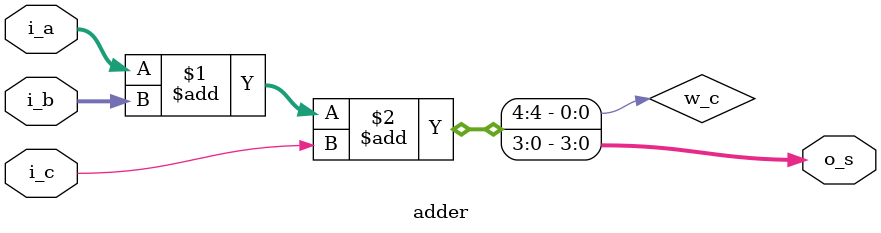
<source format=v>
module CLA(
	input	[31:0]	i_a,
	input	[31:0]	i_b,
	input			i_c,
	output			o_c,
	output	[31:0]	o_s
);

	wire	[6:0]	w_c;

	CLA_4bit_block
	u_CLA_4bit_block_0(
		.i_a				(i_a[3:0]			),
		.i_b				(i_b[3:0]			),
		.i_c				(i_c				),
		.o_c				(w_c[0]				),
		.o_s				(o_s[3:0]			)
	);

	CLA_4bit_block
	u_CLA_4bit_block_1(
		.i_a				(i_a[7:4]			),
		.i_b				(i_b[7:4]			),
		.i_c				(w_c[0]				),
		.o_c				(w_c[1]				),
		.o_s				(o_s[7:4]			)
	);

	CLA_4bit_block
	u_CLA_4bit_block_2(
		.i_a				(i_a[11:8]			),
		.i_b				(i_b[11:8]			),
		.i_c				(w_c[1]				),
		.o_c				(w_c[2]				),
		.o_s				(o_s[11:8]			)
	);

	CLA_4bit_block
	u_CLA_4bit_block_3(
		.i_a				(i_a[15:12]			),
		.i_b				(i_b[15:12]			),
		.i_c				(w_c[2]				),
		.o_c				(w_c[3]				),
		.o_s				(o_s[15:12]			)
	);

	CLA_4bit_block
	u_CLA_4bit_block_4(
		.i_a				(i_a[19:16]			),
		.i_b				(i_b[19:16]			),
		.i_c				(w_c[3]				),
		.o_c				(w_c[4]				),
		.o_s				(o_s[19:16]			)
	);

	CLA_4bit_block
	u_CLA_4bit_block_5(
		.i_a				(i_a[23:20]			),
		.i_b				(i_b[23:20]			),
		.i_c				(w_c[4]				),
		.o_c				(w_c[5]				),
		.o_s				(o_s[23:20]			)
	);

	CLA_4bit_block
	u_CLA_4bit_block_6(
		.i_a				(i_a[27:24]			),
		.i_b				(i_b[27:24]			),
		.i_c				(w_c[5]				),
		.o_c				(w_c[6]				),
		.o_s				(o_s[27:24]			)
	);

	CLA_4bit_block
	u_CLA_4bit_block_7(
		.i_a				(i_a[31:28]			),
		.i_b				(i_b[31:28]			),
		.i_c				(w_c[6]				),
		.o_c				(o_c				),
		.o_s				(o_s[31:28]			)
	);

endmodule


module CLA_4bit_block(
	input	[3:0]	i_a,
	input	[3:0]	i_b,
	input			i_c,
	output			o_c,
	output	[3:0]	o_s
);
	pg
	u_pg(
		.i_a				(i_a				),
		.i_b				(i_b				),
		.i_c				(i_c				),
		.o_c				(o_c				)
	);

	adder
	u_adder(
		.i_a				(i_a				),
		.i_b				(i_b				),
		.i_c				(i_c				),
		.o_s				(o_s				)
	);
endmodule

module pg(
	input	[3:0]	i_a,
	input	[3:0]	i_b,
	input			i_c,
	output			o_c
);

	wire	[3:0]	p;
	wire	[3:0]	g;
	wire 			P;
	wire			G;



genvar i;
generate 
	for(i = 0; i < 4; i = i + 1) begin
		assign 	p[i] = i_a[i] ^ i_b[i];
		assign 	g[i] = i_a[i] & i_b[i];
	end 
endgenerate

assign P = &p;
assign G = g[3] | (p[3] & (g[2] | p[2] & (g[1] | (p[1] & g[0]))));

assign o_c = G | (P & i_c);

endmodule


module adder(
	input	[3:0]	i_a,
	input	[3:0]	i_b,
	input			i_c,
	output	[3:0]	o_s
);
	wire			w_c;

assign {w_c, o_s} = i_a + i_b + i_c;

endmodule

</source>
